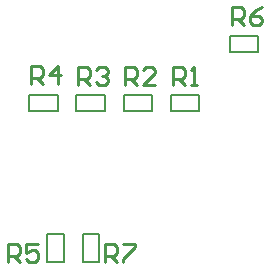
<source format=gto>
G04*
G04 #@! TF.GenerationSoftware,Altium Limited,Altium Designer,19.0.10 (269)*
G04*
G04 Layer_Color=65535*
%FSLAX25Y25*%
%MOIN*%
G70*
G01*
G75*
%ADD10C,0.00787*%
%ADD11C,0.01000*%
D10*
X119474Y45374D02*
Y54823D01*
X124986D01*
Y45374D02*
Y54823D01*
X119474Y45374D02*
X124986D01*
X107663D02*
Y54823D01*
X113175D01*
Y45374D02*
Y54823D01*
X107663Y45374D02*
X113175D01*
X148819Y95669D02*
X158268D01*
X148819D02*
Y101181D01*
X158268D01*
Y95669D02*
Y101181D01*
X133071Y95669D02*
X142520D01*
X133071D02*
Y101181D01*
X142520D01*
Y95669D02*
Y101181D01*
X117323Y95669D02*
X126772D01*
X117323D02*
Y101181D01*
X126772D01*
Y95669D02*
Y101181D01*
X101575D02*
X111024D01*
Y95669D02*
Y101181D01*
X101575Y95669D02*
X111024D01*
X101575D02*
Y101181D01*
X168504Y120866D02*
X177953D01*
Y115354D02*
Y120866D01*
X168504Y115354D02*
X177953D01*
X168504D02*
Y120866D01*
D11*
X126772Y45374D02*
Y51372D01*
X129771D01*
X130770Y50372D01*
Y48373D01*
X129771Y47373D01*
X126772D01*
X128771D02*
X130770Y45374D01*
X132770Y51372D02*
X136768D01*
Y50372D01*
X132770Y46374D01*
Y45374D01*
X169078Y124260D02*
Y130258D01*
X172077D01*
X173077Y129259D01*
Y127259D01*
X172077Y126260D01*
X169078D01*
X171078D02*
X173077Y124260D01*
X179075Y130258D02*
X177076Y129259D01*
X175076Y127259D01*
Y125260D01*
X176076Y124260D01*
X178075D01*
X179075Y125260D01*
Y126260D01*
X178075Y127259D01*
X175076D01*
X94488Y45374D02*
Y51372D01*
X97487D01*
X98487Y50372D01*
Y48373D01*
X97487Y47373D01*
X94488D01*
X96487D02*
X98487Y45374D01*
X104485Y51372D02*
X100486D01*
Y48373D01*
X102486Y49373D01*
X103485D01*
X104485Y48373D01*
Y46374D01*
X103485Y45374D01*
X101486D01*
X100486Y46374D01*
X102149Y104575D02*
Y110573D01*
X105148D01*
X106148Y109574D01*
Y107574D01*
X105148Y106574D01*
X102149D01*
X104149D02*
X106148Y104575D01*
X111146D02*
Y110573D01*
X108147Y107574D01*
X112146D01*
X117930Y104530D02*
Y110528D01*
X120929D01*
X121929Y109528D01*
Y107529D01*
X120929Y106529D01*
X117930D01*
X119929D02*
X121929Y104530D01*
X123928Y109528D02*
X124928Y110528D01*
X126927D01*
X127927Y109528D01*
Y108529D01*
X126927Y107529D01*
X125927D01*
X126927D01*
X127927Y106529D01*
Y105530D01*
X126927Y104530D01*
X124928D01*
X123928Y105530D01*
X133630Y104530D02*
Y110528D01*
X136629D01*
X137629Y109528D01*
Y107529D01*
X136629Y106529D01*
X133630D01*
X135629D02*
X137629Y104530D01*
X143627D02*
X139628D01*
X143627Y108529D01*
Y109528D01*
X142627Y110528D01*
X140628D01*
X139628Y109528D01*
X149430Y104530D02*
Y110528D01*
X152429D01*
X153429Y109528D01*
Y107529D01*
X152429Y106529D01*
X149430D01*
X151429D02*
X153429Y104530D01*
X155428D02*
X157427D01*
X156428D01*
Y110528D01*
X155428Y109528D01*
M02*

</source>
